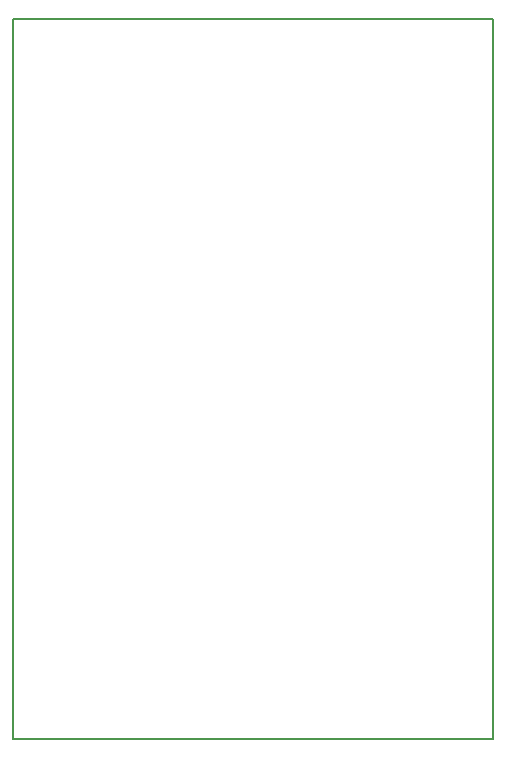
<source format=gbr>
G04 #@! TF.FileFunction,Profile,NP*
%FSLAX46Y46*%
G04 Gerber Fmt 4.6, Leading zero omitted, Abs format (unit mm)*
G04 Created by KiCad (PCBNEW 4.0.6) date 09/07/17 10:38:29*
%MOMM*%
%LPD*%
G01*
G04 APERTURE LIST*
%ADD10C,0.100000*%
%ADD11C,0.150000*%
G04 APERTURE END LIST*
D10*
D11*
X129286000Y-117475000D02*
X129286000Y-56515000D01*
X169926000Y-117475000D02*
X129286000Y-117475000D01*
X169926000Y-56515000D02*
X169926000Y-117475000D01*
X129286000Y-56515000D02*
X169926000Y-56515000D01*
M02*

</source>
